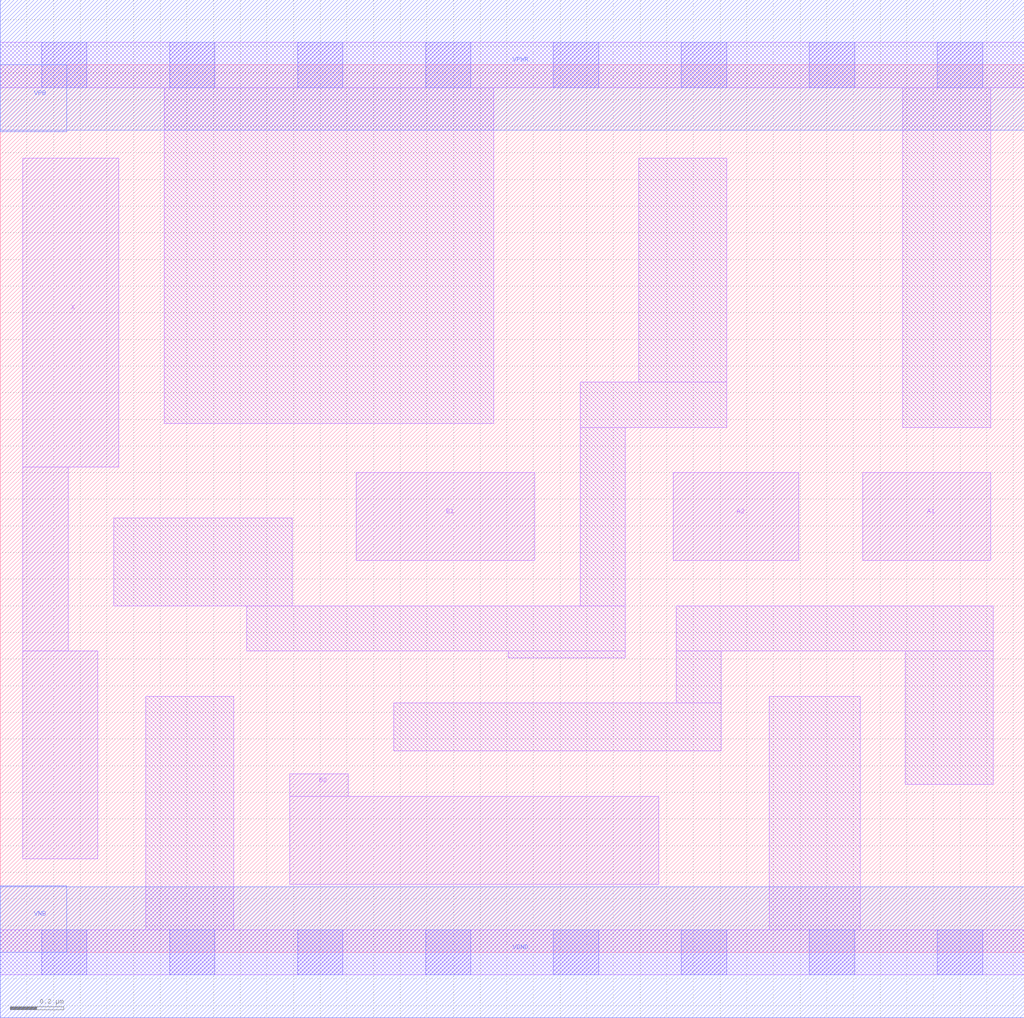
<source format=lef>
# Copyright 2020 The SkyWater PDK Authors
#
# Licensed under the Apache License, Version 2.0 (the "License");
# you may not use this file except in compliance with the License.
# You may obtain a copy of the License at
#
#     https://www.apache.org/licenses/LICENSE-2.0
#
# Unless required by applicable law or agreed to in writing, software
# distributed under the License is distributed on an "AS IS" BASIS,
# WITHOUT WARRANTIES OR CONDITIONS OF ANY KIND, either express or implied.
# See the License for the specific language governing permissions and
# limitations under the License.
#
# SPDX-License-Identifier: Apache-2.0

VERSION 5.5 ;
NAMESCASESENSITIVE ON ;
BUSBITCHARS "[]" ;
DIVIDERCHAR "/" ;
MACRO sky130_fd_sc_hs__o22a_1
  CLASS CORE ;
  SOURCE USER ;
  ORIGIN  0.000000  0.000000 ;
  SIZE  3.840000 BY  3.330000 ;
  SYMMETRY X Y ;
  SITE unit ;
  PIN A1
    ANTENNAGATEAREA  0.246000 ;
    DIRECTION INPUT ;
    USE SIGNAL ;
    PORT
      LAYER li1 ;
        RECT 3.235000 1.470000 3.715000 1.800000 ;
    END
  END A1
  PIN A2
    ANTENNAGATEAREA  0.246000 ;
    DIRECTION INPUT ;
    USE SIGNAL ;
    PORT
      LAYER li1 ;
        RECT 2.525000 1.470000 2.995000 1.800000 ;
    END
  END A2
  PIN B1
    ANTENNAGATEAREA  0.246000 ;
    DIRECTION INPUT ;
    USE SIGNAL ;
    PORT
      LAYER li1 ;
        RECT 1.335000 1.470000 2.005000 1.800000 ;
    END
  END B1
  PIN B2
    ANTENNAGATEAREA  0.246000 ;
    DIRECTION INPUT ;
    USE SIGNAL ;
    PORT
      LAYER li1 ;
        RECT 1.085000 0.255000 2.470000 0.585000 ;
        RECT 1.085000 0.585000 1.305000 0.670000 ;
    END
  END B2
  PIN X
    ANTENNADIFFAREA  0.541300 ;
    DIRECTION OUTPUT ;
    USE SIGNAL ;
    PORT
      LAYER li1 ;
        RECT 0.085000 0.350000 0.365000 1.130000 ;
        RECT 0.085000 1.130000 0.255000 1.820000 ;
        RECT 0.085000 1.820000 0.445000 2.980000 ;
    END
  END X
  PIN VGND
    DIRECTION INOUT ;
    USE GROUND ;
    PORT
      LAYER met1 ;
        RECT 0.000000 -0.245000 3.840000 0.245000 ;
    END
  END VGND
  PIN VNB
    DIRECTION INOUT ;
    USE GROUND ;
    PORT
      LAYER met1 ;
        RECT 0.000000 0.000000 0.250000 0.250000 ;
    END
  END VNB
  PIN VPB
    DIRECTION INOUT ;
    USE POWER ;
    PORT
      LAYER met1 ;
        RECT 0.000000 3.080000 0.250000 3.330000 ;
    END
  END VPB
  PIN VPWR
    DIRECTION INOUT ;
    USE POWER ;
    PORT
      LAYER met1 ;
        RECT 0.000000 3.085000 3.840000 3.575000 ;
    END
  END VPWR
  OBS
    LAYER li1 ;
      RECT 0.000000 -0.085000 3.840000 0.085000 ;
      RECT 0.000000  3.245000 3.840000 3.415000 ;
      RECT 0.425000  1.300000 1.095000 1.630000 ;
      RECT 0.545000  0.085000 0.875000 0.960000 ;
      RECT 0.615000  1.985000 1.850000 3.245000 ;
      RECT 0.925000  1.130000 2.345000 1.300000 ;
      RECT 1.475000  0.755000 2.705000 0.935000 ;
      RECT 1.905000  1.105000 2.345000 1.130000 ;
      RECT 2.175000  1.300000 2.345000 1.970000 ;
      RECT 2.175000  1.970000 2.725000 2.140000 ;
      RECT 2.395000  2.140000 2.725000 2.980000 ;
      RECT 2.535000  0.935000 2.705000 1.130000 ;
      RECT 2.535000  1.130000 3.725000 1.300000 ;
      RECT 2.885000  0.085000 3.225000 0.960000 ;
      RECT 3.385000  1.970000 3.715000 3.245000 ;
      RECT 3.395000  0.630000 3.725000 1.130000 ;
    LAYER mcon ;
      RECT 0.155000 -0.085000 0.325000 0.085000 ;
      RECT 0.155000  3.245000 0.325000 3.415000 ;
      RECT 0.635000 -0.085000 0.805000 0.085000 ;
      RECT 0.635000  3.245000 0.805000 3.415000 ;
      RECT 1.115000 -0.085000 1.285000 0.085000 ;
      RECT 1.115000  3.245000 1.285000 3.415000 ;
      RECT 1.595000 -0.085000 1.765000 0.085000 ;
      RECT 1.595000  3.245000 1.765000 3.415000 ;
      RECT 2.075000 -0.085000 2.245000 0.085000 ;
      RECT 2.075000  3.245000 2.245000 3.415000 ;
      RECT 2.555000 -0.085000 2.725000 0.085000 ;
      RECT 2.555000  3.245000 2.725000 3.415000 ;
      RECT 3.035000 -0.085000 3.205000 0.085000 ;
      RECT 3.035000  3.245000 3.205000 3.415000 ;
      RECT 3.515000 -0.085000 3.685000 0.085000 ;
      RECT 3.515000  3.245000 3.685000 3.415000 ;
  END
END sky130_fd_sc_hs__o22a_1

</source>
